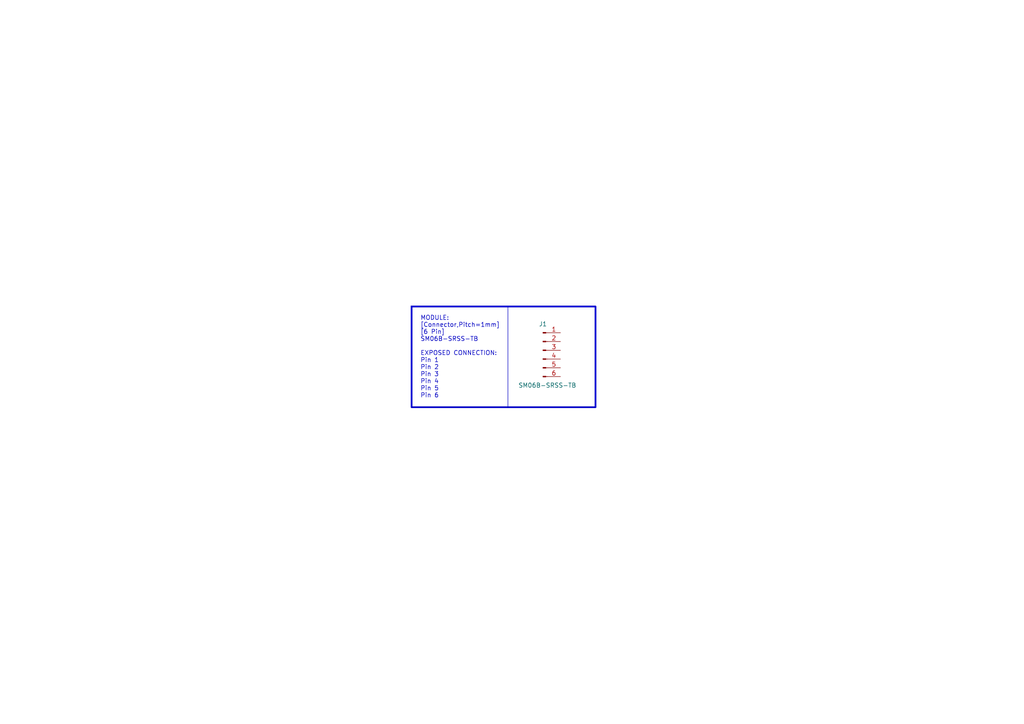
<source format=kicad_sch>
(kicad_sch (version 20230121) (generator eeschema)
  (paper "A4")
  (lib_symbols
    (symbol "Connector:Conn_01x06_Pin" (pin_names (offset 1.016) hide)
      (property "Reference" "J" (at 0 7.62 0))
      (property "Value" "Conn_01x06_Pin" (at 0 -10.16 0))
      (symbol "Conn_01x06_Pin_1_1"
        (polyline (pts (xy 1.27 -7.62) (xy 0.8636 -7.62)) (stroke (width 0.1524)))
        (polyline (pts (xy 1.27 -5.08) (xy 0.8636 -5.08)) (stroke (width 0.1524)))
        (polyline (pts (xy 1.27 -2.54) (xy 0.8636 -2.54)) (stroke (width 0.1524)))
        (polyline (pts (xy 1.27 0) (xy 0.8636 0)) (stroke (width 0.1524)))
        (polyline (pts (xy 1.27 2.54) (xy 0.8636 2.54)) (stroke (width 0.1524)))
        (polyline (pts (xy 1.27 5.08) (xy 0.8636 5.08)) (stroke (width 0.1524)))
        (rectangle (start 0.8636 -7.493) (end 0 -7.747) (stroke (width 0.1524)) (fill (type outline)))
        (rectangle (start 0.8636 -4.953) (end 0 -5.207) (stroke (width 0.1524)) (fill (type outline)))
        (rectangle (start 0.8636 -2.413) (end 0 -2.667) (stroke (width 0.1524)) (fill (type outline)))
        (rectangle (start 0.8636 0.127) (end 0 -0.127) (stroke (width 0.1524)) (fill (type outline)))
        (rectangle (start 0.8636 2.667) (end 0 2.413) (stroke (width 0.1524)) (fill (type outline)))
        (rectangle (start 0.8636 5.207) (end 0 4.953) (stroke (width 0.1524)) (fill (type outline)))
        (pin passive line (at 5.08 5.08 180) (length 3.81) (name "Pin_1") (number "1"))
        (pin passive line (at 5.08 2.54 180) (length 3.81) (name "Pin_2") (number "2"))
        (pin passive line (at 5.08 0 180) (length 3.81) (name "Pin_3") (number "3"))
        (pin passive line (at 5.08 -2.54 180) (length 3.81) (name "Pin_4") (number "4"))
        (pin passive line (at 5.08 -5.08 180) (length 3.81) (name "Pin_5") (number "5"))
        (pin passive line (at 5.08 -7.62 180) (length 3.81) (name "Pin_6") (number "6"))
      )
    )
  )
  (rectangle (start 119.38 88.9) (end 147.32 118.11))
  (rectangle (start 119.38 88.9) (end 172.72 118.11) (stroke (width 0.5)))
  (text "MODULE:\n[Connector,Pitch=1mm]\n[6 Pin]\nSM06B-SRSS-TB\n\nEXPOSED CONNECTION: \nPin 1\nPin 2\nPin 3\nPin 4\nPin 5\nPin 6" (at 121.92 115.57 0) (effects (font (size 1.27 1.27)) (justify left bottom)))
  (symbol (lib_id "Connector:Conn_01x06_Pin") (at 157.48 101.6 0) (unit 1)
    (property "Reference" "J1" (at 157.48 93.98 0))
    (property "Value" "SM06B-SRSS-TB\n" (at 158.75 111.76 0))
  )
)
</source>
